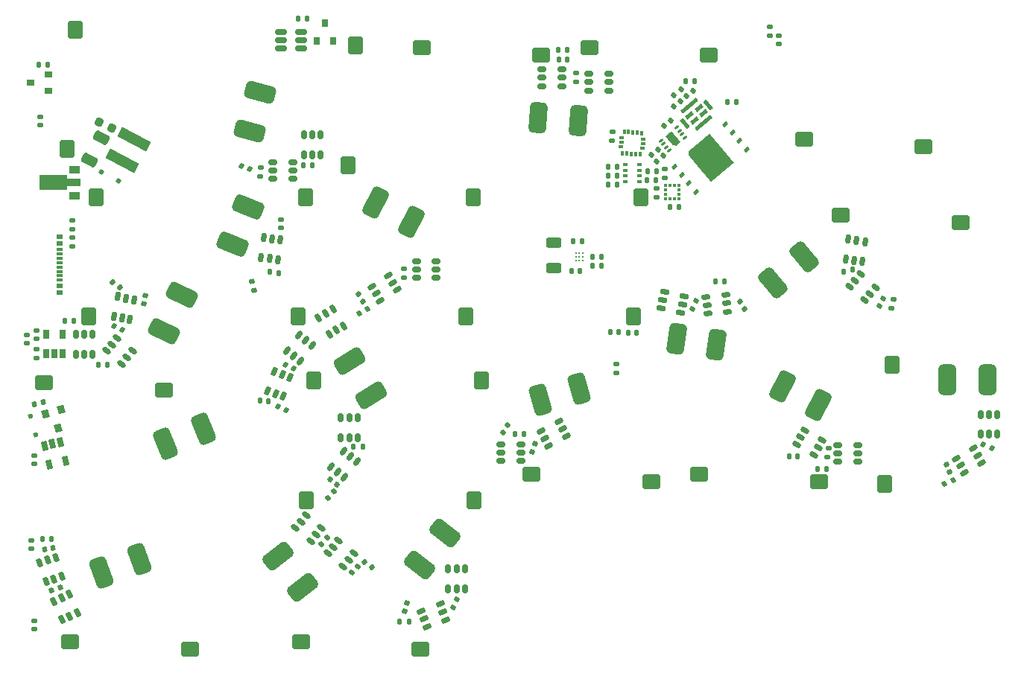
<source format=gbp>
G04 #@! TF.GenerationSoftware,KiCad,Pcbnew,(6.0.11-0)*
G04 #@! TF.CreationDate,2023-02-16T18:47:18+08:00*
G04 #@! TF.ProjectId,Right,52696768-742e-46b6-9963-61645f706362,rev?*
G04 #@! TF.SameCoordinates,Original*
G04 #@! TF.FileFunction,Paste,Bot*
G04 #@! TF.FilePolarity,Positive*
%FSLAX46Y46*%
G04 Gerber Fmt 4.6, Leading zero omitted, Abs format (unit mm)*
G04 Created by KiCad (PCBNEW (6.0.11-0)) date 2023-02-16 18:47:18*
%MOMM*%
%LPD*%
G01*
G04 APERTURE LIST*
G04 Aperture macros list*
%AMRoundRect*
0 Rectangle with rounded corners*
0 $1 Rounding radius*
0 $2 $3 $4 $5 $6 $7 $8 $9 X,Y pos of 4 corners*
0 Add a 4 corners polygon primitive as box body*
4,1,4,$2,$3,$4,$5,$6,$7,$8,$9,$2,$3,0*
0 Add four circle primitives for the rounded corners*
1,1,$1+$1,$2,$3*
1,1,$1+$1,$4,$5*
1,1,$1+$1,$6,$7*
1,1,$1+$1,$8,$9*
0 Add four rect primitives between the rounded corners*
20,1,$1+$1,$2,$3,$4,$5,0*
20,1,$1+$1,$4,$5,$6,$7,0*
20,1,$1+$1,$6,$7,$8,$9,0*
20,1,$1+$1,$8,$9,$2,$3,0*%
%AMRotRect*
0 Rectangle, with rotation*
0 The origin of the aperture is its center*
0 $1 length*
0 $2 width*
0 $3 Rotation angle, in degrees counterclockwise*
0 Add horizontal line*
21,1,$1,$2,0,0,$3*%
%AMOutline4P*
0 Free polygon, 4 corners , with rotation*
0 The origin of the aperture is its center*
0 number of corners: always 4*
0 $1 to $8 corner X, Y*
0 $9 Rotation angle, in degrees counterclockwise*
0 create outline with 4 corners*
4,1,4,$1,$2,$3,$4,$5,$6,$7,$8,$1,$2,$9*%
%AMOutline5P*
0 Free polygon, 5 corners , with rotation*
0 The origin of the aperture is its center*
0 number of corners: always 5*
0 $1 to $10 corner X, Y*
0 $11 Rotation angle, in degrees counterclockwise*
0 create outline with 5 corners*
4,1,5,$1,$2,$3,$4,$5,$6,$7,$8,$9,$10,$1,$2,$11*%
%AMOutline6P*
0 Free polygon, 6 corners , with rotation*
0 The origin of the aperture is its center*
0 number of corners: always 6*
0 $1 to $12 corner X, Y*
0 $13 Rotation angle, in degrees counterclockwise*
0 create outline with 6 corners*
4,1,6,$1,$2,$3,$4,$5,$6,$7,$8,$9,$10,$11,$12,$1,$2,$13*%
%AMOutline7P*
0 Free polygon, 7 corners , with rotation*
0 The origin of the aperture is its center*
0 number of corners: always 7*
0 $1 to $14 corner X, Y*
0 $15 Rotation angle, in degrees counterclockwise*
0 create outline with 7 corners*
4,1,7,$1,$2,$3,$4,$5,$6,$7,$8,$9,$10,$11,$12,$13,$14,$1,$2,$15*%
%AMOutline8P*
0 Free polygon, 8 corners , with rotation*
0 The origin of the aperture is its center*
0 number of corners: always 8*
0 $1 to $16 corner X, Y*
0 $17 Rotation angle, in degrees counterclockwise*
0 create outline with 8 corners*
4,1,8,$1,$2,$3,$4,$5,$6,$7,$8,$9,$10,$11,$12,$13,$14,$15,$16,$1,$2,$17*%
%AMFreePoly0*
4,1,6,0.450000,-0.800000,-0.180000,-0.800000,-0.450000,-0.530000,-0.450000,0.800000,0.450000,0.800000,0.450000,-0.800000,0.450000,-0.800000,$1*%
%AMFreePoly1*
4,1,9,3.862500,-0.866500,0.737500,-0.866500,0.737500,-0.450000,-0.737500,-0.450000,-0.737500,0.450000,0.737500,0.450000,0.737500,0.866500,3.862500,0.866500,3.862500,-0.866500,3.862500,-0.866500,$1*%
G04 Aperture macros list end*
%ADD10RoundRect,0.500000X-0.042321X-1.345626X0.897371X-1.003606X0.042321X1.345626X-0.897371X1.003606X0*%
%ADD11RoundRect,0.500000X0.042321X1.345626X-0.897371X1.003606X-0.042321X-1.345626X0.897371X-1.003606X0*%
%ADD12RoundRect,0.500000X-0.500000X-1.250000X0.500000X-1.250000X0.500000X1.250000X-0.500000X1.250000X0*%
%ADD13RoundRect,0.500000X0.500000X1.250000X-0.500000X1.250000X-0.500000X-1.250000X0.500000X-1.250000X0*%
%ADD14RoundRect,0.170000X0.680000X-0.830000X0.680000X0.830000X-0.680000X0.830000X-0.680000X-0.830000X0*%
%ADD15RoundRect,0.170000X-0.680000X0.830000X-0.680000X-0.830000X0.680000X-0.830000X0.680000X0.830000X0*%
%ADD16RoundRect,0.500000X-0.136084X-1.339396X0.825178X-1.063758X0.136084X1.339396X-0.825178X1.063758X0*%
%ADD17RoundRect,0.500000X0.136084X1.339396X-0.825178X1.063758X-0.136084X-1.339396X0.825178X-1.063758X0*%
%ADD18RoundRect,0.500000X1.292844X0.375571X0.677183X1.163582X-1.292844X-0.375571X-0.677183X-1.163582X0*%
%ADD19RoundRect,0.500000X-1.292844X-0.375571X-0.677183X-1.163582X1.292844X0.375571X0.677183X1.163582X0*%
%ADD20RoundRect,0.170000X0.830000X0.680000X-0.830000X0.680000X-0.830000X-0.680000X0.830000X-0.680000X0*%
%ADD21RoundRect,0.170000X-0.830000X-0.680000X0.830000X-0.680000X0.830000X0.680000X-0.830000X0.680000X0*%
%ADD22RoundRect,0.500000X0.669100X1.168249X-0.321168X1.307422X-0.669100X-1.168249X0.321168X-1.307422X0*%
%ADD23RoundRect,0.500000X-0.669100X-1.168249X0.321168X-1.307422X0.669100X1.168249X-0.321168X1.307422X0*%
%ADD24RoundRect,0.500000X-0.904307X0.997361X-1.342678X0.098567X0.904307X-0.997361X1.342678X-0.098567X0*%
%ADD25RoundRect,0.500000X0.904307X-0.997361X1.342678X-0.098567X-0.904307X0.997361X-1.342678X0.098567X0*%
%ADD26RoundRect,0.500000X-1.028313X-0.868949X-0.145366X-1.338420X1.028313X0.868949X0.145366X1.338420X0*%
%ADD27RoundRect,0.500000X1.028313X0.868949X0.145366X1.338420X-1.028313X-0.868949X-0.145366X-1.338420X0*%
%ADD28RoundRect,0.500000X0.585978X1.212077X-0.411586X1.281833X-0.585978X-1.212077X0.411586X-1.281833X0*%
%ADD29RoundRect,0.500000X-0.585978X-1.212077X0.411586X-1.281833X0.585978X1.212077X-0.411586X1.281833X0*%
%ADD30RoundRect,0.500000X0.420462X-1.278949X1.186507X-0.636162X-0.420462X1.278949X-1.186507X0.636162X0*%
%ADD31RoundRect,0.500000X-0.420462X1.278949X-1.186507X0.636162X0.420462X-1.278949X1.186507X-0.636162X0*%
%ADD32RoundRect,0.500000X0.677183X-1.163582X1.292844X-0.375571X-0.677183X1.163582X-1.292844X0.375571X0*%
%ADD33RoundRect,0.500000X-0.677183X1.163582X-1.292844X0.375571X0.677183X-1.163582X1.292844X-0.375571X0*%
%ADD34RoundRect,0.500000X-1.325020X-0.238375X-0.795100X-1.086423X1.325020X0.238375X0.795100X1.086423X0*%
%ADD35RoundRect,0.500000X1.325020X0.238375X0.795100X1.086423X-1.325020X-0.238375X-0.795100X-1.086423X0*%
%ADD36RoundRect,0.500000X0.971677X-0.931850X1.346283X-0.004666X-0.971677X0.931850X-1.346283X0.004666X0*%
%ADD37RoundRect,0.500000X-0.971677X0.931850X-1.346283X0.004666X0.971677X-0.931850X1.346283X-0.004666X0*%
%ADD38RoundRect,0.500000X-0.004666X1.346283X-0.931850X0.971677X0.004666X-1.346283X0.931850X-0.971677X0*%
%ADD39RoundRect,0.500000X0.004666X-1.346283X0.931850X-0.971677X-0.004666X1.346283X-0.931850X0.971677X0*%
%ADD40RoundRect,0.500000X1.077998X-0.806487X1.336817X0.159439X-1.077998X0.806487X-1.336817X-0.159439X0*%
%ADD41RoundRect,0.500000X-1.077998X0.806487X-1.336817X-0.159439X1.077998X-0.806487X1.336817X0.159439X0*%
%ADD42RoundRect,0.140000X0.213186X0.055243X-0.013339X0.219823X-0.213186X-0.055243X0.013339X-0.219823X0*%
%ADD43RoundRect,0.150000X-0.150000X0.350000X-0.150000X-0.350000X0.150000X-0.350000X0.150000X0.350000X0*%
%ADD44R,0.500000X0.350000*%
%ADD45RoundRect,0.135000X0.007516X-0.228896X0.220279X-0.062668X-0.007516X0.228896X-0.220279X0.062668X0*%
%ADD46RoundRect,0.140000X-0.170000X0.140000X-0.170000X-0.140000X0.170000X-0.140000X0.170000X0.140000X0*%
%ADD47RoundRect,0.135000X-0.185000X0.135000X-0.185000X-0.135000X0.185000X-0.135000X0.185000X0.135000X0*%
%ADD48RoundRect,0.135000X0.215044X-0.078777X0.140622X0.180763X-0.215044X0.078777X-0.140622X-0.180763X0*%
%ADD49RoundRect,0.135000X0.135000X0.185000X-0.135000X0.185000X-0.135000X-0.185000X0.135000X-0.185000X0*%
%ADD50RoundRect,0.150000X-0.332403X-0.185763X0.363762X-0.112593X0.332403X0.185763X-0.363762X0.112593X0*%
%ADD51RoundRect,0.147500X0.172500X-0.147500X0.172500X0.147500X-0.172500X0.147500X-0.172500X-0.147500X0*%
%ADD52RoundRect,0.135000X0.159433X0.164411X-0.107939X0.201988X-0.159433X-0.164411X0.107939X-0.201988X0*%
%ADD53RoundRect,0.135000X-0.015500X0.228495X-0.222332X0.054942X0.015500X-0.228495X0.222332X-0.054942X0*%
%ADD54RoundRect,0.135000X0.185000X-0.135000X0.185000X0.135000X-0.185000X0.135000X-0.185000X-0.135000X0*%
%ADD55RoundRect,0.150000X0.312679X-0.217329X-0.058265X0.376305X-0.312679X0.217329X0.058265X-0.376305X0*%
%ADD56RoundRect,0.140000X0.062649X-0.211128X0.219223X0.021002X-0.062649X0.211128X-0.219223X-0.021002X0*%
%ADD57RoundRect,0.150000X0.097280X0.368153X-0.333683X-0.183455X-0.097280X-0.368153X0.333683X0.183455X0*%
%ADD58R,0.650000X1.060000*%
%ADD59RoundRect,0.135000X-0.135000X-0.185000X0.135000X-0.185000X0.135000X0.185000X-0.135000X0.185000X0*%
%ADD60R,0.800000X0.540000*%
%ADD61R,0.800000X0.300000*%
%ADD62RoundRect,0.135000X-0.190132X-0.127670X0.063585X-0.220016X0.190132X0.127670X-0.063585X0.220016X0*%
%ADD63R,0.800000X0.900000*%
%ADD64RoundRect,0.150000X0.350000X0.150000X-0.350000X0.150000X-0.350000X-0.150000X0.350000X-0.150000X0*%
%ADD65RoundRect,0.150000X0.228109X0.304904X-0.378109X-0.045096X-0.228109X-0.304904X0.378109X0.045096X0*%
%ADD66RotRect,1.060000X0.650000X284.000000*%
%ADD67RotRect,0.500000X0.500000X106.000000*%
%ADD68RoundRect,0.087500X0.074208X-0.193147X0.100366X0.180940X-0.074208X0.193147X-0.100366X-0.180940X0*%
%ADD69RoundRect,0.087500X0.180940X-0.100366X0.193147X0.074208X-0.180940X0.100366X-0.193147X-0.074208X0*%
%ADD70RotRect,0.500000X0.500000X332.000000*%
%ADD71RoundRect,0.140000X-0.148861X0.162297X-0.187830X-0.114978X0.148861X-0.162297X0.187830X0.114978X0*%
%ADD72RoundRect,0.150000X-0.364534X0.110069X0.171697X-0.339882X0.364534X-0.110069X-0.171697X0.339882X0*%
%ADD73RoundRect,0.150000X-0.373538X-0.073953X0.311165X-0.219491X0.373538X0.073953X-0.311165X0.219491X0*%
%ADD74RoundRect,0.135000X-0.007516X0.228896X-0.220279X0.062668X0.007516X-0.228896X0.220279X-0.062668X0*%
%ADD75RoundRect,0.140000X-0.140000X-0.170000X0.140000X-0.170000X0.140000X0.170000X-0.140000X0.170000X0*%
%ADD76RoundRect,0.135000X-0.114096X0.198575X-0.223915X-0.048082X0.114096X-0.198575X0.223915X0.048082X0*%
%ADD77RoundRect,0.250000X0.625000X-0.312500X0.625000X0.312500X-0.625000X0.312500X-0.625000X-0.312500X0*%
%ADD78RoundRect,0.150000X0.217329X0.312679X-0.376305X-0.058265X-0.217329X-0.312679X0.376305X0.058265X0*%
%ADD79RoundRect,0.135000X0.220279X0.062668X0.007516X0.228896X-0.220279X-0.062668X-0.007516X-0.228896X0*%
%ADD80RotRect,1.200000X3.700000X242.000000*%
%ADD81RoundRect,0.135000X-0.107097X0.202436X-0.225457X-0.040239X0.107097X-0.202436X0.225457X0.040239X0*%
%ADD82RoundRect,0.150000X-0.360470X0.122724X0.159731X-0.345667X0.360470X-0.122724X-0.159731X0.345667X0*%
%ADD83RoundRect,0.135000X0.202436X0.107097X-0.040239X0.225457X-0.202436X-0.107097X0.040239X-0.225457X0*%
%ADD84RoundRect,0.150000X-0.350000X-0.150000X0.350000X-0.150000X0.350000X0.150000X-0.350000X0.150000X0*%
%ADD85RoundRect,0.150000X-0.021247X0.380195X-0.260661X-0.277589X0.021247X-0.380195X0.260661X0.277589X0*%
%ADD86Outline4P,-0.225000X0.475000X0.225000X0.475000X0.225000X-0.475000X-0.225000X-0.475000X310.000000*%
%ADD87Outline6P,-0.225000X0.537500X-0.112500X0.650000X0.225000X0.650000X0.225000X-0.650000X-0.112500X-0.650000X-0.225000X-0.537500X220.000000*%
%ADD88Outline6P,-0.225000X1.037500X-0.112500X1.150000X0.225000X1.150000X0.225000X-1.150000X-0.112500X-1.150000X-0.225000X-1.037500X130.000000*%
%ADD89Outline6P,-0.225000X0.537500X-0.112500X0.650000X0.225000X0.650000X0.225000X-0.650000X-0.112500X-0.650000X-0.225000X-0.537500X40.000000*%
%ADD90Outline6P,-0.225000X1.037500X-0.112500X1.150000X0.225000X1.150000X0.225000X-1.150000X-0.112500X-1.150000X-0.225000X-1.037500X310.000000*%
%ADD91RoundRect,0.140000X0.140000X0.170000X-0.140000X0.170000X-0.140000X-0.170000X0.140000X-0.170000X0*%
%ADD92RoundRect,0.150000X0.073953X-0.373538X0.219491X0.311165X-0.073953X0.373538X-0.219491X-0.311165X0*%
%ADD93RoundRect,0.135000X0.086234X0.212164X-0.175745X0.146845X-0.086234X-0.212164X0.175745X-0.146845X0*%
%ADD94RoundRect,0.135000X-0.055868X-0.222101X0.194472X-0.120957X0.055868X0.222101X-0.194472X0.120957X0*%
%ADD95RoundRect,0.135000X-0.217958X-0.070317X0.000477X-0.229019X0.217958X0.070317X-0.000477X0.229019X0*%
%ADD96RoundRect,0.150000X-0.099830X0.367470X-0.197251X-0.325718X0.099830X-0.367470X0.197251X0.325718X0*%
%ADD97RoundRect,0.135000X0.198575X0.114096X-0.048082X0.223915X-0.198575X-0.114096X0.048082X-0.223915X0*%
%ADD98R,0.375000X0.350000*%
%ADD99R,0.350000X0.375000*%
%ADD100RoundRect,0.140000X0.170000X-0.140000X0.170000X0.140000X-0.170000X0.140000X-0.170000X-0.140000X0*%
%ADD101RoundRect,0.225000X0.311821X0.126065X-0.092636X0.323332X-0.311821X-0.126065X0.092636X-0.323332X0*%
%ADD102RoundRect,0.150000X0.279390X-0.258730X-0.005326X0.380751X-0.279390X0.258730X0.005326X-0.380751X0*%
%ADD103RoundRect,0.140000X0.207631X-0.073414X0.111865X0.189700X-0.207631X0.073414X-0.111865X-0.189700X0*%
%ADD104RoundRect,0.135000X0.194472X0.120957X-0.055868X0.222101X-0.194472X-0.120957X0.055868X-0.222101X0*%
%ADD105RoundRect,0.150000X0.364534X-0.110069X-0.171697X0.339882X-0.364534X0.110069X0.171697X-0.339882X0*%
%ADD106RoundRect,0.140000X0.118417X-0.185681X0.204942X0.080615X-0.118417X0.185681X-0.204942X-0.080615X0*%
%ADD107R,0.900000X0.800000*%
%ADD108RoundRect,0.135000X0.164411X-0.159433X0.201988X0.107939X-0.164411X0.159433X-0.201988X-0.107939X0*%
%ADD109RoundRect,0.135000X0.175132X-0.147576X0.193966X0.121766X-0.175132X0.147576X-0.193966X-0.121766X0*%
%ADD110RoundRect,0.150000X0.250814X-0.286517X0.034503X0.379222X-0.250814X0.286517X-0.034503X-0.379222X0*%
%ADD111RoundRect,0.135000X0.141374X0.180176X-0.128461X0.189599X-0.141374X-0.180176X0.128461X-0.189599X0*%
%ADD112C,0.270002*%
%ADD113RoundRect,0.140000X-0.091423X0.200354X-0.214167X-0.051308X0.091423X-0.200354X0.214167X0.051308X0*%
%ADD114RoundRect,0.135000X-0.071224X-0.217663X0.185561X-0.134228X0.071224X0.217663X-0.185561X0.134228X0*%
%ADD115FreePoly0,40.000000*%
%ADD116RotRect,0.550000X0.250000X40.000000*%
%ADD117RotRect,0.550000X0.250000X220.000000*%
%ADD118RoundRect,0.150000X0.378109X-0.045096X-0.228109X0.304904X-0.378109X0.045096X0.228109X-0.304904X0*%
%ADD119RoundRect,0.135000X0.062668X-0.220279X0.228896X-0.007516X-0.062668X0.220279X-0.228896X0.007516X0*%
%ADD120RotRect,0.900000X0.800000X286.000000*%
%ADD121RoundRect,0.150000X0.238611X0.296757X-0.379452X-0.031873X-0.238611X-0.296757X0.379452X0.031873X0*%
%ADD122RoundRect,0.140000X-0.101596X-0.195393X0.172286X-0.137177X0.101596X0.195393X-0.172286X0.137177X0*%
%ADD123RoundRect,0.140000X0.157003X0.154435X-0.121463X0.183703X-0.157003X-0.154435X0.121463X-0.183703X0*%
%ADD124RoundRect,0.140000X-0.002028X0.220218X-0.216520X0.040237X0.002028X-0.220218X0.216520X-0.040237X0*%
%ADD125RoundRect,0.140000X0.165011X-0.145848X0.174782X0.133982X-0.165011X0.145848X-0.174782X-0.133982X0*%
%ADD126RoundRect,0.147500X-0.172500X0.147500X-0.172500X-0.147500X0.172500X-0.147500X0.172500X0.147500X0*%
%ADD127RoundRect,0.135000X-0.134228X0.185561X-0.217663X-0.071224X0.134228X-0.185561X0.217663X0.071224X0*%
%ADD128RoundRect,0.135000X0.158747X-0.165074X0.205632X0.100824X-0.158747X0.165074X-0.205632X-0.100824X0*%
%ADD129RoundRect,0.140000X-0.025036X0.218799X-0.219540X0.017384X0.025036X-0.218799X0.219540X-0.017384X0*%
%ADD130RoundRect,0.135000X0.047149X-0.224114X0.227814X-0.023465X-0.047149X0.224114X-0.227814X0.023465X0*%
%ADD131R,1.300000X0.900000*%
%ADD132FreePoly1,180.000000*%
%ADD133RoundRect,0.150000X0.099830X-0.367470X0.197251X0.325718X-0.099830X0.367470X-0.197251X-0.325718X0*%
%ADD134RoundRect,0.140000X-0.145848X-0.165011X0.133982X-0.174782X0.145848X0.165011X-0.133982X0.174782X0*%
%ADD135RoundRect,0.140000X-0.217224X0.036244X-0.077224X-0.206244X0.217224X-0.036244X0.077224X0.206244X0*%
%ADD136RoundRect,0.140000X0.217224X-0.036244X0.077224X0.206244X-0.217224X0.036244X-0.077224X-0.206244X0*%
%ADD137RoundRect,0.150000X0.277589X0.260661X-0.380195X0.021247X-0.277589X-0.260661X0.380195X-0.021247X0*%
%ADD138RoundRect,0.135000X-0.078777X-0.215044X0.180763X-0.140622X0.078777X0.215044X-0.180763X0.140622X0*%
%ADD139Outline5P,-0.200000X0.260000X-0.160000X0.300000X0.200000X0.300000X0.200000X-0.300000X-0.200000X-0.300000X310.000000*%
%ADD140Outline5P,-1.700000X1.810000X-1.360000X2.150000X1.700000X2.150000X1.700000X-2.150000X-1.700000X-2.150000X40.000000*%
%ADD141RoundRect,0.135000X0.206050X0.099967X-0.032346X0.226724X-0.206050X-0.099967X0.032346X-0.226724X0*%
%ADD142RoundRect,0.135000X-0.024413X-0.227715X0.209413X-0.092715X0.024413X0.227715X-0.209413X0.092715X0*%
%ADD143RoundRect,0.150000X-0.512500X-0.150000X0.512500X-0.150000X0.512500X0.150000X-0.512500X0.150000X0*%
%ADD144RoundRect,0.250000X0.421338X-0.592114X0.726494X-0.018199X-0.421338X0.592114X-0.726494X0.018199X0*%
G04 APERTURE END LIST*
D10*
X66816538Y-109941288D03*
D11*
X71139124Y-108367995D03*
D12*
X162841859Y-87981942D03*
D13*
X167441859Y-87981942D03*
D14*
X89123752Y-80830547D03*
D15*
X89973752Y-67229465D03*
D14*
X127223752Y-80830547D03*
D15*
X128073752Y-67229465D03*
D16*
X116623184Y-90260354D03*
D17*
X121044988Y-88992422D03*
D18*
X89655214Y-111656978D03*
D19*
X86823172Y-108032129D03*
D20*
X148299293Y-99630006D03*
D21*
X134698211Y-98780006D03*
D22*
X136663190Y-84003607D03*
D23*
X132107957Y-83363411D03*
D21*
X150785711Y-69280000D03*
D20*
X164386793Y-70130000D03*
D21*
X103160711Y-50230006D03*
D20*
X116761793Y-51080006D03*
D24*
X75942780Y-78385630D03*
D25*
X73926272Y-82520082D03*
D26*
X144164886Y-88720732D03*
D27*
X148226445Y-90880301D03*
D28*
X121003042Y-58544235D03*
D29*
X116414248Y-58223355D03*
D20*
X129249293Y-99630006D03*
D21*
X115648211Y-98780006D03*
D20*
X76861791Y-118680000D03*
D21*
X63260709Y-117830000D03*
D30*
X143107109Y-76965428D03*
D31*
X146630913Y-74008605D03*
D21*
X122210711Y-50230006D03*
D20*
X135811793Y-51080006D03*
D32*
X102977176Y-109041008D03*
D33*
X105809218Y-105416158D03*
D20*
X160205543Y-61530006D03*
D21*
X146604461Y-60680006D03*
D34*
X94953949Y-85852365D03*
D35*
X97391577Y-89753386D03*
D20*
X103055541Y-118680000D03*
D21*
X89454459Y-117830000D03*
D14*
X155798752Y-99880547D03*
D15*
X156648752Y-86279465D03*
D36*
X81715740Y-72592344D03*
D37*
X83438930Y-68327298D03*
D14*
X108173750Y-80830541D03*
D15*
X109023750Y-67229459D03*
D38*
X78358776Y-93555336D03*
D39*
X74093730Y-95278526D03*
D14*
X62930002Y-61780541D03*
D15*
X63780002Y-48179459D03*
X95661252Y-49979465D03*
D14*
X94811252Y-63580547D03*
D15*
X90898752Y-88079465D03*
D14*
X90048752Y-101680547D03*
D15*
X109948752Y-88079465D03*
D14*
X109098752Y-101680547D03*
D21*
X60298211Y-88330006D03*
D20*
X73899293Y-89180006D03*
D26*
X97942359Y-67877943D03*
D27*
X102003918Y-70037512D03*
D14*
X65311252Y-80830547D03*
D15*
X66161252Y-67229465D03*
D40*
X83616176Y-59752580D03*
D41*
X84806743Y-55309322D03*
D42*
X93568328Y-99892137D03*
X92791672Y-99327863D03*
D43*
X166670000Y-91932500D03*
X167620000Y-91932500D03*
X168570000Y-91932500D03*
X168570000Y-94207500D03*
X167620000Y-94207500D03*
X166670000Y-94207500D03*
D44*
X126320000Y-63515000D03*
X126320000Y-64165000D03*
X126320000Y-64815000D03*
X126320000Y-65465000D03*
X127920000Y-65465000D03*
X127920000Y-64815000D03*
X127920000Y-64165000D03*
X127920000Y-63515000D03*
D45*
X131838115Y-55633987D03*
X132641885Y-55006013D03*
D46*
X58350000Y-82895000D03*
X58350000Y-83855000D03*
D47*
X59380000Y-84510000D03*
X59380000Y-85530000D03*
D48*
X84160575Y-77830243D03*
X83879425Y-76849757D03*
D49*
X61110000Y-106100000D03*
X60090000Y-106100000D03*
D50*
X135682922Y-80494929D03*
X135583620Y-79550133D03*
X135484318Y-78605337D03*
X137746856Y-78367535D03*
X137846158Y-79312331D03*
X137945460Y-80257127D03*
D51*
X59380000Y-83365000D03*
X59380000Y-82395000D03*
D52*
X86915037Y-75860978D03*
X85904963Y-75719022D03*
D53*
X134010683Y-55112178D03*
X133229317Y-55767822D03*
D54*
X63440000Y-72830000D03*
X63440000Y-71810000D03*
D55*
X94278429Y-81861231D03*
X93472783Y-82364655D03*
X92667137Y-82868078D03*
X91461571Y-80938769D03*
X92267217Y-80435345D03*
X93072863Y-79931922D03*
D56*
X112411587Y-93987938D03*
X112948413Y-93192062D03*
D43*
X63880000Y-82862500D03*
X64830000Y-82862500D03*
X65780000Y-82862500D03*
X65780000Y-85137500D03*
X64830000Y-85137500D03*
X63880000Y-85137500D03*
D57*
X89261705Y-82938759D03*
X90010315Y-83523638D03*
X90758925Y-84108516D03*
X89358295Y-85901241D03*
X88609685Y-85316362D03*
X87861075Y-84731484D03*
D58*
X62400000Y-84990000D03*
X61450000Y-84990000D03*
X60500000Y-84990000D03*
X60500000Y-82790000D03*
X62400000Y-82790000D03*
D49*
X96460000Y-95640000D03*
X95440000Y-95640000D03*
D59*
X136510000Y-76810000D03*
X137530000Y-76810000D03*
D60*
X62069184Y-71731211D03*
X62069184Y-78131211D03*
X62069184Y-72531211D03*
X62069184Y-77331211D03*
D61*
X62069184Y-76181211D03*
X62069184Y-75181211D03*
X62069184Y-74681211D03*
X62069184Y-73681211D03*
X62069184Y-73181211D03*
X62069184Y-74181211D03*
X62069184Y-75681211D03*
X62069184Y-76689211D03*
D62*
X82660757Y-63675570D03*
X83619243Y-64024430D03*
D63*
X93150000Y-49460000D03*
X91250000Y-49460000D03*
X92200000Y-47460000D03*
D64*
X104837500Y-74510000D03*
X104837500Y-75460000D03*
X104837500Y-76410000D03*
X102562500Y-76410000D03*
X102562500Y-75460000D03*
X102562500Y-74510000D03*
D53*
X130660683Y-62542178D03*
X129879317Y-63197822D03*
D65*
X165860104Y-95808526D03*
X166335104Y-96631250D03*
X166810104Y-97453974D03*
X164839896Y-98591474D03*
X164364896Y-97768750D03*
X163889896Y-96946026D03*
D66*
X60312105Y-95542501D03*
X61233886Y-95312675D03*
X62155667Y-95082849D03*
X62687895Y-97217499D03*
X60844333Y-97677151D03*
D67*
X59342365Y-94237234D03*
X58735963Y-92122458D03*
D46*
X58790000Y-106270000D03*
X58790000Y-107230000D03*
D68*
X128002112Y-62381772D03*
X127503330Y-62346894D03*
X127004548Y-62312016D03*
X126505766Y-62277138D03*
X126006984Y-62242259D03*
D69*
X125833106Y-61503330D03*
X125867984Y-61004548D03*
X125902862Y-60505766D03*
D68*
X126177888Y-59798228D03*
X126676670Y-59833106D03*
X127175452Y-59867984D03*
X127674234Y-59902862D03*
X128173016Y-59937741D03*
D69*
X128346894Y-60676670D03*
X128312016Y-61175452D03*
X128277138Y-61674234D03*
D47*
X120700000Y-53150000D03*
X120700000Y-54170000D03*
D59*
X100690000Y-115540000D03*
X101710000Y-115540000D03*
D70*
X66808758Y-64363581D03*
X68751242Y-65396419D03*
D71*
X71776803Y-78444671D03*
X71643197Y-79395329D03*
D72*
X92497249Y-107757658D03*
X93107897Y-107029916D03*
X93718546Y-106302174D03*
X95461297Y-107764516D03*
X94850649Y-108492258D03*
X94240000Y-109220000D03*
D73*
X130369841Y-79862741D03*
X130567357Y-78933500D03*
X130764873Y-78004260D03*
X132990159Y-78477259D03*
X132792643Y-79406500D03*
X132595127Y-80335740D03*
D74*
X132601885Y-56296013D03*
X131798115Y-56923987D03*
D75*
X122620000Y-74025000D03*
X123580000Y-74025000D03*
D76*
X134320002Y-79059999D03*
X133905130Y-79991815D03*
D77*
X118175000Y-75337500D03*
X118175000Y-72412500D03*
D78*
X99411231Y-76181571D03*
X99914655Y-76987217D03*
X100418078Y-77792863D03*
X98488769Y-78998429D03*
X97985345Y-78192783D03*
X97481922Y-77387137D03*
D53*
X130040683Y-61802178D03*
X129259317Y-62457822D03*
D43*
X93990000Y-92292500D03*
X94940000Y-92292500D03*
X95890000Y-92292500D03*
X95890000Y-94567500D03*
X94940000Y-94567500D03*
X93990000Y-94567500D03*
D79*
X97511885Y-109333987D03*
X96708115Y-108706013D03*
D80*
X70467260Y-60613873D03*
X69152740Y-63086127D03*
D81*
X107193571Y-112991621D03*
X106746433Y-113908391D03*
D82*
X151769001Y-77414858D03*
X152404675Y-76708870D03*
X153040349Y-76002882D03*
X154731003Y-77525154D03*
X154095329Y-78231142D03*
X153459655Y-78937130D03*
D49*
X125410000Y-64770000D03*
X124390000Y-64770000D03*
X129810000Y-65300000D03*
X128790000Y-65300000D03*
D75*
X66470000Y-86300000D03*
X67430000Y-86300000D03*
D83*
X69168385Y-82343569D03*
X68251615Y-81896431D03*
D49*
X60710000Y-52140000D03*
X59690000Y-52140000D03*
D59*
X62620000Y-81310000D03*
X63640000Y-81310000D03*
D84*
X116862500Y-54610000D03*
X116862500Y-53660000D03*
X116862500Y-52710000D03*
X119137500Y-52710000D03*
X119137500Y-53660000D03*
X119137500Y-54610000D03*
D85*
X86446340Y-87106181D03*
X87339048Y-87431100D03*
X88231756Y-87756019D03*
X87453660Y-89893819D03*
X86560952Y-89568900D03*
X85668244Y-89243981D03*
D86*
X133609735Y-57918313D03*
X134643895Y-57050549D03*
X135190265Y-57701687D03*
X134156105Y-58569451D03*
D87*
X133107300Y-58894704D03*
D88*
X133618748Y-56801154D03*
D89*
X135692700Y-56725296D03*
D90*
X135219554Y-58786707D03*
D91*
X125530000Y-82575000D03*
X124570000Y-82575000D03*
D92*
X70042741Y-81160159D03*
X69113500Y-80962643D03*
X68184260Y-80765127D03*
X68657259Y-78539841D03*
X69586500Y-78737357D03*
X70515740Y-78934873D03*
D93*
X152104853Y-75456626D03*
X151115151Y-75703386D03*
D49*
X123610000Y-75050000D03*
X122590000Y-75050000D03*
D94*
X162577136Y-99841049D03*
X163522864Y-99458951D03*
D95*
X68087401Y-76880230D03*
X68912599Y-77479770D03*
D96*
X151647557Y-72031362D03*
X152588311Y-72163576D03*
X153529066Y-72295791D03*
X153212447Y-74548650D03*
X152271693Y-74416436D03*
X151330938Y-74284221D03*
D49*
X90730000Y-63570000D03*
X89710000Y-63570000D03*
D97*
X87755908Y-91487436D03*
X86824092Y-91072564D03*
D75*
X126645000Y-82650000D03*
X127605000Y-82650000D03*
D98*
X130857500Y-67410000D03*
X130857500Y-66910000D03*
X130857500Y-66410000D03*
X130857500Y-65910000D03*
D99*
X131370000Y-65897500D03*
X131870000Y-65897500D03*
D98*
X132382500Y-65910000D03*
X132382500Y-66410000D03*
X132382500Y-66910000D03*
X132382500Y-67410000D03*
D99*
X131870000Y-67422500D03*
X131370000Y-67422500D03*
D100*
X87160000Y-70760000D03*
X87160000Y-69800000D03*
D101*
X67926565Y-59369738D03*
X66533435Y-58690262D03*
D102*
X64050531Y-114492758D03*
X63182663Y-114879158D03*
X62314795Y-115265558D03*
X61389469Y-113187242D03*
X62257337Y-112800842D03*
X63125205Y-112414442D03*
D103*
X163154170Y-98511052D03*
X162825830Y-97608948D03*
D64*
X88527500Y-63260000D03*
X88527500Y-64210000D03*
X88527500Y-65160000D03*
X86252500Y-65160000D03*
X86252500Y-64210000D03*
X86252500Y-63260000D03*
D104*
X167922864Y-95781049D03*
X166977136Y-95398951D03*
D105*
X70312024Y-84733429D03*
X69701376Y-85461171D03*
X69090727Y-86188913D03*
X67347976Y-84726571D03*
X67958624Y-83998829D03*
X68569273Y-83271087D03*
D72*
X88837249Y-104877658D03*
X89447897Y-104149916D03*
X90058546Y-103422174D03*
X91801297Y-104884516D03*
X91190649Y-105612258D03*
X90580000Y-106340000D03*
D106*
X101241672Y-114296507D03*
X101538328Y-113383493D03*
D107*
X60760000Y-53270000D03*
X60760000Y-55170000D03*
X58760000Y-54220000D03*
D43*
X106180000Y-109502500D03*
X107130000Y-109502500D03*
X108080000Y-109502500D03*
X108080000Y-111777500D03*
X107130000Y-111777500D03*
X106180000Y-111777500D03*
D108*
X149249024Y-96785043D03*
X149390980Y-95774969D03*
D47*
X125270000Y-86250000D03*
X125270000Y-87270000D03*
D109*
X124754424Y-60848758D03*
X124825576Y-59831242D03*
D91*
X119710000Y-51610000D03*
X118750000Y-51610000D03*
D110*
X62295011Y-110358261D03*
X61391507Y-110651827D03*
X60488003Y-110945393D03*
X59784989Y-108781739D03*
X60688493Y-108488173D03*
X61591997Y-108194607D03*
D111*
X149189689Y-98157805D03*
X148170311Y-98122207D03*
D112*
X121475000Y-73625000D03*
X121075000Y-73625000D03*
X120675000Y-73625000D03*
X121475000Y-74025000D03*
X121075000Y-74025000D03*
X120675000Y-74025000D03*
X121475000Y-74425000D03*
X121075000Y-74425000D03*
X120675000Y-74425000D03*
D113*
X155570420Y-78738585D03*
X155149584Y-79601427D03*
D114*
X61144961Y-111927599D03*
X62115039Y-111612401D03*
D115*
X131720000Y-60630000D03*
D116*
X131301988Y-61959809D03*
X130980595Y-61576787D03*
X130659201Y-61193764D03*
D117*
X130337807Y-60810742D03*
D116*
X132138012Y-59300191D03*
X132459405Y-59683213D03*
X132780799Y-60066236D03*
X133102193Y-60449258D03*
D118*
X148680104Y-94866026D03*
X148205104Y-95688750D03*
X147730104Y-96511474D03*
X145759896Y-95373974D03*
X146234896Y-94551250D03*
X146709896Y-93728526D03*
D54*
X63460000Y-70920000D03*
X63460000Y-69900000D03*
D59*
X118720000Y-50500000D03*
X119740000Y-50500000D03*
D46*
X59880002Y-58120006D03*
X59880002Y-59080006D03*
D119*
X92546013Y-101481885D03*
X93173987Y-100678115D03*
D120*
X60391164Y-91870594D03*
X62217561Y-91346883D03*
X61855637Y-93531262D03*
D84*
X122152500Y-55110000D03*
X122152500Y-54160000D03*
X122152500Y-53210000D03*
X124427500Y-53210000D03*
X124427500Y-54160000D03*
X124427500Y-55110000D03*
D64*
X152737500Y-95430000D03*
X152737500Y-96380000D03*
X152737500Y-97330000D03*
X150462500Y-97330000D03*
X150462500Y-96380000D03*
X150462500Y-95430000D03*
X114447500Y-95330000D03*
X114447500Y-96280000D03*
X114447500Y-97230000D03*
X112172500Y-97230000D03*
X112172500Y-96280000D03*
X112172500Y-95330000D03*
D121*
X118738355Y-92777176D03*
X119184353Y-93615976D03*
X119630351Y-94454776D03*
X117621645Y-95522824D03*
X117175647Y-94684024D03*
X116729649Y-93845224D03*
D100*
X130810000Y-65030000D03*
X130810000Y-64070000D03*
D122*
X60340489Y-107289798D03*
X61279511Y-107090202D03*
D123*
X85757371Y-90430174D03*
X84802629Y-90329826D03*
D49*
X134180000Y-54080000D03*
X133160000Y-54080000D03*
D54*
X129830000Y-67270000D03*
X129830000Y-66250000D03*
D124*
X131437701Y-58541462D03*
X130702299Y-59158538D03*
D125*
X84853248Y-64859708D03*
X84886752Y-63900292D03*
D126*
X143730000Y-48855000D03*
X143730000Y-49825000D03*
D127*
X116047599Y-95264961D03*
X115732401Y-96235039D03*
D128*
X156571439Y-79882252D03*
X156748561Y-78877748D03*
D129*
X95913436Y-109274717D03*
X95246564Y-109965283D03*
D130*
X91778016Y-106740091D03*
X92460530Y-105982083D03*
D91*
X129840000Y-64300000D03*
X128880000Y-64300000D03*
D131*
X63700000Y-64100000D03*
D132*
X63612500Y-65600000D03*
D131*
X63700000Y-67100000D03*
D54*
X142740000Y-48900000D03*
X142740000Y-47880000D03*
D59*
X89160000Y-46910000D03*
X90180000Y-46910000D03*
D133*
X86822445Y-74358644D03*
X85881691Y-74226430D03*
X84940936Y-74094215D03*
X85257555Y-71841356D03*
X86198309Y-71973570D03*
X87139064Y-72105785D03*
D134*
X144940292Y-96723248D03*
X145899708Y-96756752D03*
D49*
X114800000Y-94170000D03*
X113780000Y-94170000D03*
D135*
X139360000Y-79134308D03*
X139840000Y-79965692D03*
D136*
X96480000Y-79125692D03*
X96000000Y-78294308D03*
D91*
X121130000Y-75650000D03*
X120170000Y-75650000D03*
D59*
X131380000Y-68390000D03*
X132400000Y-68390000D03*
D43*
X89790000Y-60117500D03*
X90740000Y-60117500D03*
X91690000Y-60117500D03*
X91690000Y-62392500D03*
X90740000Y-62392500D03*
X89790000Y-62392500D03*
D46*
X59130000Y-96600000D03*
X59130000Y-97560000D03*
D137*
X105273981Y-113518244D03*
X105598900Y-114410952D03*
X105923819Y-115303660D03*
X103786019Y-116081756D03*
X103461100Y-115189048D03*
X103136181Y-114296340D03*
D138*
X59169757Y-90810575D03*
X60150243Y-90529425D03*
D139*
X134341844Y-66647670D03*
X133525503Y-65674794D03*
X132709163Y-64701917D03*
X131877502Y-63741897D03*
X137622835Y-58920990D03*
X138454497Y-59881010D03*
X139270837Y-60853887D03*
X140087177Y-61826763D03*
D140*
X135990000Y-62777902D03*
D49*
X125390000Y-65820000D03*
X124370000Y-65820000D03*
D141*
X88630305Y-86739436D03*
X87729699Y-86260576D03*
D142*
X96088327Y-80465000D03*
X96971673Y-79955000D03*
D49*
X121385000Y-72225000D03*
X120365000Y-72225000D03*
D46*
X59190000Y-115420000D03*
X59190000Y-116380000D03*
D54*
X101120000Y-76430000D03*
X101120000Y-75410000D03*
D143*
X87202495Y-50330000D03*
X87202495Y-49380000D03*
X87202495Y-48430000D03*
X89477495Y-48430000D03*
X89477495Y-49380000D03*
X89477495Y-50330000D03*
D57*
X94291705Y-96148759D03*
X95040315Y-96733638D03*
X95788925Y-97318516D03*
X94388295Y-99111241D03*
X93639685Y-98526362D03*
X92891075Y-97941484D03*
D49*
X125370000Y-63790000D03*
X124350000Y-63790000D03*
X138930000Y-56410000D03*
X137910000Y-56410000D03*
D144*
X65397529Y-63052348D03*
X66782471Y-60447652D03*
M02*

</source>
